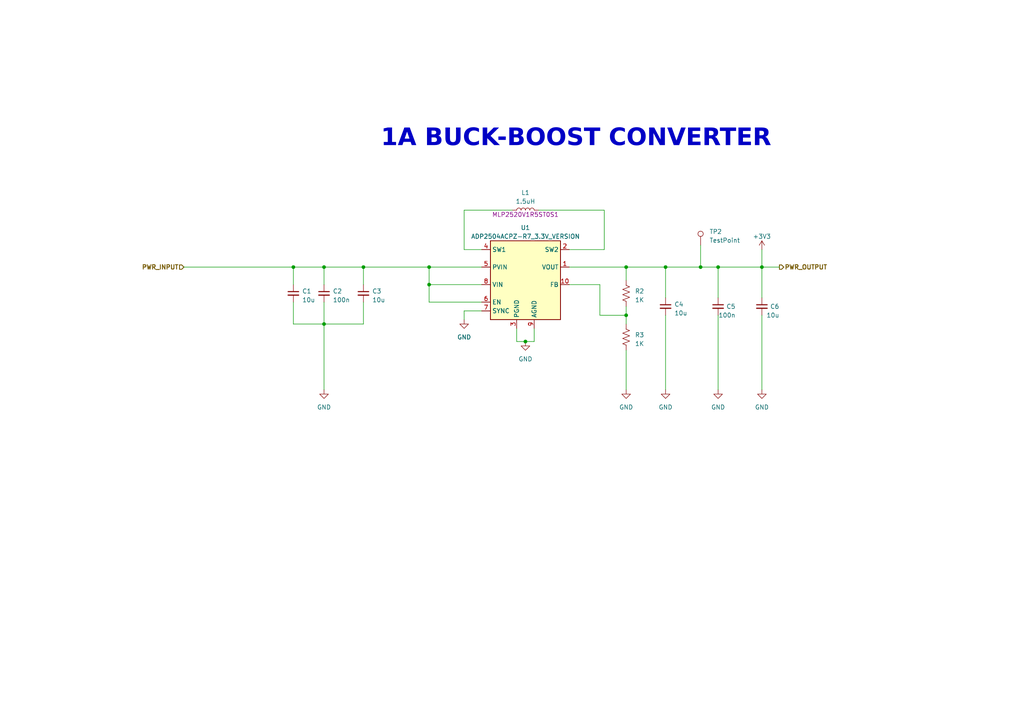
<source format=kicad_sch>
(kicad_sch (version 20230121) (generator eeschema)
  (paper "A4")
  (lib_symbols
    (symbol "Connector:TestPoint" (pin_numbers hide) (pin_names (offset 0.762) hide)
      (property "Reference" "TP" (at 0 6.858 0))
      (property "Value" "TestPoint" (at 0 5.08 0))
      (symbol "TestPoint_0_1"
        (circle (center 0 3.302) (radius 0.762))
      )
      (symbol "TestPoint_1_1"
        (pin passive line (at 0 0 90) (length 2.54) (name "1") (number "1"))
      )
    )
    (symbol "Device:C_Small" (pin_numbers hide) (pin_names (offset 0.254) hide)
      (property "Reference" "C" (at 0.254 1.778 0))
      (property "Value" "C_Small" (at 0.254 -2.032 0))
      (symbol "C_Small_0_1"
        (polyline (pts (xy -1.524 -0.508) (xy 1.524 -0.508)) (stroke (width 0.3302)))
        (polyline (pts (xy -1.524 0.508) (xy 1.524 0.508)) (stroke (width 0.3048)))
      )
      (symbol "C_Small_1_1"
        (pin passive line (at 0 2.54 270) (length 2.032) (name "~") (number "1"))
        (pin passive line (at 0 -2.54 90) (length 2.032) (name "~") (number "2"))
      )
    )
    (symbol "Device:L" (pin_numbers hide) (pin_names (offset 1.016) hide)
      (property "Reference" "L" (at -1.27 0 90))
      (property "Value" "L" (at 1.905 0 90))
      (symbol "L_0_1"
        (arc (start 0 -2.54) (mid 0.6323 -1.905) (end 0 -1.27))
        (arc (start 0 -1.27) (mid 0.6323 -0.635) (end 0 0))
        (arc (start 0 0) (mid 0.6323 0.635) (end 0 1.27))
        (arc (start 0 1.27) (mid 0.6323 1.905) (end 0 2.54))
      )
      (symbol "L_1_1"
        (pin passive line (at 0 3.81 270) (length 1.27) (name "1") (number "1"))
        (pin passive line (at 0 -3.81 90) (length 1.27) (name "2") (number "2"))
      )
    )
    (symbol "Device:R_US" (pin_numbers hide) (pin_names (offset 0))
      (property "Reference" "R" (at 2.54 0 90))
      (property "Value" "R_US" (at -2.54 0 90))
      (symbol "R_US_0_1"
        (polyline (pts (xy 0 -2.286) (xy 0 -2.54)))
        (polyline (pts (xy 0 2.286) (xy 0 2.54)))
        (polyline (pts (xy 0 -0.762) (xy 1.016 -1.143) (xy 0 -1.524) (xy -1.016 -1.905) (xy 0 -2.286)))
        (polyline (pts (xy 0 0.762) (xy 1.016 0.381) (xy 0 0) (xy -1.016 -0.381) (xy 0 -0.762)))
        (polyline (pts (xy 0 2.286) (xy 1.016 1.905) (xy 0 1.524) (xy -1.016 1.143) (xy 0 0.762)))
      )
      (symbol "R_US_1_1"
        (pin passive line (at 0 3.81 270) (length 1.27) (name "~") (number "1"))
        (pin passive line (at 0 -3.81 90) (length 1.27) (name "~") (number "2"))
      )
    )
    (symbol "MCD_General:ADP2504ACPZ-R7"
      (property "Reference" "U" (at 0 5.08 0))
      (property "Value" "ADP2504ACPZ-R7" (at 0 2.54 0))
      (symbol "ADP2504ACPZ-R7_0_0"
        (pin passive line (at 12.7 -7.62 180) (length 2.54) (name "VOUT") (number "1"))
        (pin passive line (at 12.7 -12.7 180) (length 2.54) (name "FB") (number "10"))
        (pin passive line (at 12.7 -2.54 180) (length 2.54) (name "SW2") (number "2"))
        (pin power_in line (at -2.54 -25.4 90) (length 2.54) (name "PGND") (number "3"))
        (pin passive line (at -12.7 -2.54 0) (length 2.54) (name "SW1") (number "4"))
        (pin passive line (at -12.7 -7.62 0) (length 2.54) (name "PVIN") (number "5"))
        (pin passive line (at -12.7 -17.78 0) (length 2.54) (name "EN") (number "6"))
        (pin passive line (at -12.7 -20.32 0) (length 2.54) (name "SYNC") (number "7"))
        (pin passive line (at -12.7 -12.7 0) (length 2.54) (name "VIN") (number "8"))
        (pin power_out line (at 2.54 -25.4 90) (length 2.54) (name "AGND") (number "9"))
      )
      (symbol "ADP2504ACPZ-R7_1_1"
        (rectangle (start -10.16 0) (end 10.16 -22.86) (stroke (width 0.25)) (fill (type background)))
      )
    )
    (symbol "power:+3V3" (power) (pin_names (offset 0))
      (property "Value" "+3V3" (at 0 3.556 0))
      (symbol "+3V3_0_1"
        (polyline (pts (xy -0.762 1.27) (xy 0 2.54)))
        (polyline (pts (xy 0 0) (xy 0 2.54)))
        (polyline (pts (xy 0 2.54) (xy 0.762 1.27)))
      )
      (symbol "+3V3_1_1"
        (pin power_in line (at 0 0 90) (length 0) hide (name "+3V3") (number "1"))
      )
    )
    (symbol "power:GND" (power) (pin_names (offset 0))
      (property "Value" "GND" (at 0 -3.81 0))
      (symbol "GND_0_1"
        (polyline (pts (xy 0 0) (xy 0 -1.27) (xy 1.27 -1.27) (xy 0 -2.54) (xy -1.27 -1.27) (xy 0 -1.27)))
      )
      (symbol "GND_1_1"
        (pin power_in line (at 0 0 270) (length 0) hide (name "GND") (number "1"))
      )
    )
  )
  (junction (at 208.28 77.47))
  (junction (at 181.61 91.44))
  (junction (at 181.61 77.47))
  (junction (at 93.98 93.98))
  (junction (at 203.2 77.47))
  (junction (at 93.98 77.47))
  (junction (at 124.46 82.55))
  (junction (at 193.04 77.47))
  (junction (at 105.41 77.47))
  (junction (at 220.98 77.47))
  (junction (at 85.09 77.47))
  (junction (at 152.4 99.06))
  (junction (at 124.46 77.47))
  (wire (pts (xy 208.28 77.47) (xy 220.98 77.47)))
  (wire (pts (xy 193.04 77.47) (xy 203.2 77.47)))
  (wire (pts (xy 85.09 77.47) (xy 93.98 77.47)))
  (wire (pts (xy 105.41 93.98) (xy 105.41 87.63)))
  (wire (pts (xy 220.98 77.47) (xy 220.98 86.36)))
  (wire (pts (xy 105.41 82.55) (xy 105.41 77.47)))
  (wire (pts (xy 93.98 87.63) (xy 93.98 93.98)))
  (wire (pts (xy 220.98 72.39) (xy 220.98 77.47)))
  (wire (pts (xy 181.61 91.44) (xy 181.61 93.98)))
  (wire (pts (xy 85.09 93.98) (xy 93.98 93.98)))
  (wire (pts (xy 203.2 77.47) (xy 208.28 77.47)))
  (wire (pts (xy 173.99 91.44) (xy 181.61 91.44)))
  (wire (pts (xy 208.28 77.47) (xy 208.28 86.36)))
  (wire (pts (xy 203.2 71.12) (xy 203.2 77.47)))
  (wire (pts (xy 165.1 77.47) (xy 181.61 77.47)))
  (wire (pts (xy 173.99 82.55) (xy 173.99 91.44)))
  (wire (pts (xy 124.46 82.55) (xy 124.46 87.63)))
  (wire (pts (xy 181.61 77.47) (xy 193.04 77.47)))
  (wire (pts (xy 134.62 72.39) (xy 139.7 72.39)))
  (wire (pts (xy 93.98 93.98) (xy 105.41 93.98)))
  (wire (pts (xy 220.98 77.47) (xy 226.06 77.47)))
  (wire (pts (xy 175.26 60.96) (xy 156.21 60.96)))
  (wire (pts (xy 154.94 99.06) (xy 154.94 95.25)))
  (wire (pts (xy 181.61 101.6) (xy 181.61 113.03)))
  (wire (pts (xy 152.4 99.06) (xy 154.94 99.06)))
  (wire (pts (xy 93.98 77.47) (xy 105.41 77.47)))
  (wire (pts (xy 181.61 81.28) (xy 181.61 77.47)))
  (wire (pts (xy 134.62 92.71) (xy 134.62 90.17)))
  (wire (pts (xy 139.7 77.47) (xy 124.46 77.47)))
  (wire (pts (xy 149.86 99.06) (xy 152.4 99.06)))
  (wire (pts (xy 220.98 91.44) (xy 220.98 113.03)))
  (wire (pts (xy 149.86 95.25) (xy 149.86 99.06)))
  (wire (pts (xy 165.1 72.39) (xy 175.26 72.39)))
  (wire (pts (xy 175.26 72.39) (xy 175.26 60.96)))
  (wire (pts (xy 208.28 91.44) (xy 208.28 113.03)))
  (wire (pts (xy 105.41 77.47) (xy 124.46 77.47)))
  (wire (pts (xy 93.98 77.47) (xy 93.98 82.55)))
  (wire (pts (xy 193.04 91.44) (xy 193.04 113.03)))
  (wire (pts (xy 181.61 88.9) (xy 181.61 91.44)))
  (wire (pts (xy 124.46 82.55) (xy 139.7 82.55)))
  (wire (pts (xy 134.62 90.17) (xy 139.7 90.17)))
  (wire (pts (xy 53.34 77.47) (xy 85.09 77.47)))
  (wire (pts (xy 165.1 82.55) (xy 173.99 82.55)))
  (wire (pts (xy 85.09 77.47) (xy 85.09 82.55)))
  (wire (pts (xy 134.62 60.96) (xy 134.62 72.39)))
  (wire (pts (xy 193.04 86.36) (xy 193.04 77.47)))
  (wire (pts (xy 124.46 77.47) (xy 124.46 82.55)))
  (wire (pts (xy 85.09 87.63) (xy 85.09 93.98)))
  (wire (pts (xy 148.59 60.96) (xy 134.62 60.96)))
  (wire (pts (xy 93.98 113.03) (xy 93.98 93.98)))
  (wire (pts (xy 124.46 87.63) (xy 139.7 87.63)))
  (text "1A BUCK-BOOST CONVERTER" (at 110.49 44.45 0) (effects (font (size 5 5) (thickness 0.6) bold) (justify left bottom)))
  (hierarchical_label "PWR_INPUT" (shape input) (at 53.34 77.47 180) (effects (font bold)))
  (hierarchical_label "PWR_OUTPUT" (shape output) (at 226.06 77.47 0) (effects (font bold)))
  (symbol (lib_id "Device:C_Small") (at 85.09 85.09 0) (unit 1)
    (property "Reference" "C1" (at 87.63 84.4613 0) (effects (justify left)))
    (property "Value" "10u" (at 87.63 87.0013 0) (effects (justify left)))
    (property "Footprint" "Capacitor_SMD:C_0402_1005Metric" (effects hide))
    (instances (project "GSM_module_v3" (path "" (reference "C1") (unit 1))) (project "BIM_PCB" (path "" (reference "C33") (unit 1))))
  )
  (symbol (lib_id "MCD_General:ADP2504ACPZ-R7") (at 152.4 69.85 0) (unit 1)
    (property "Reference" "U1" (at 152.4 66.04 0))
    (property "Value" "ADP2504ACPZ-R7_3.3V_VERSION" (at 152.4 68.58 0))
    (property "Footprint" "Package_DFN_QFN:DFN-10-1EP_3x3mm_P0.5mm_EP1.7x2.5mm" (effects hide))
    (instances (project "GSM_module_v3" (path "" (reference "U1") (unit 1))) (project "BIM_PCB" (path "" (reference "U7") (unit 1))))
  )
  (symbol (lib_id "power:GND") (at 93.98 113.03 0) (unit 1)
    (property "Reference" "#PWR06" (effects hide))
    (property "Value" "GND" (at 93.98 118.11 0))
    (instances (project "GSM_module_v3" (path "" (reference "#PWR06") (unit 1))) (project "BIM_PCB" (path "" (reference "#PWR064") (unit 1))))
  )
  (symbol (lib_id "Device:R_US") (at 181.61 85.09 0) (unit 1)
    (property "Reference" "R2" (at 184.15 84.455 0) (effects (justify left)))
    (property "Value" "1K" (at 184.15 86.995 0) (effects (justify left)))
    (property "Footprint" "Resistor_SMD:R_0402_1005Metric" (effects hide))
    (instances (project "GSM_module_v3" (path "" (reference "R2") (unit 1))) (project "BIM_PCB" (path "" (reference "R41") (unit 1))))
  )
  (symbol (lib_id "power:GND") (at 181.61 113.03 0) (unit 1)
    (property "Reference" "#PWR09" (effects hide))
    (property "Value" "GND" (at 181.61 118.11 0))
    (instances (project "GSM_module_v3" (path "" (reference "#PWR09") (unit 1))) (project "BIM_PCB" (path "" (reference "#PWR069") (unit 1))))
  )
  (symbol (lib_id "Device:R_US") (at 181.61 97.79 0) (unit 1)
    (property "Reference" "R3" (at 184.15 97.155 0) (effects (justify left)))
    (property "Value" "1K" (at 184.15 99.695 0) (effects (justify left)))
    (property "Footprint" "Resistor_SMD:R_0402_1005Metric" (effects hide))
    (instances (project "GSM_module_v3" (path "" (reference "R3") (unit 1))) (project "BIM_PCB" (path "" (reference "R42") (unit 1))))
  )
  (symbol (lib_id "Device:L") (at 152.4 60.96 90) (unit 1)
    (property "Reference" "L1" (at 152.4 55.88 90))
    (property "Value" "1.5uH" (at 152.4 58.42 90))
    (property "Footprint" "Inductor_SMD:L_1008_2520Metric_Pad1.43x2.20mm_HandSolder" (effects hide))
    (property "MPN" "MLP2520V1R5ST0S1" (at 152.4 62.23 90))
    (instances (project "GSM_module_v3" (path "" (reference "L1") (unit 1))) (project "BIM_PCB" (path "" (reference "L6") (unit 1))))
  )
  (symbol (lib_id "Device:C_Small") (at 193.04 88.9 0) (unit 1)
    (property "Reference" "C4" (at 195.58 88.2713 0) (effects (justify left)))
    (property "Value" "10u" (at 195.58 90.8113 0) (effects (justify left)))
    (property "Footprint" "Capacitor_SMD:C_0402_1005Metric" (effects hide))
    (instances (project "GSM_module_v3" (path "" (reference "C4") (unit 1))) (project "BIM_PCB" (path "" (reference "C36") (unit 1))))
  )
  (symbol (lib_id "power:GND") (at 152.4 99.06 0) (unit 1)
    (property "Reference" "#PWR08" (effects hide))
    (property "Value" "GND" (at 152.4 104.14 0))
    (instances (project "GSM_module_v3" (path "" (reference "#PWR08") (unit 1))) (project "BIM_PCB" (path "" (reference "#PWR068") (unit 1))))
  )
  (symbol (lib_id "Device:C_Small") (at 220.98 88.9 0) (mirror y) (unit 1)
    (property "Reference" "C6" (at 226.06 88.9 0) (effects (justify left)))
    (property "Value" "10u" (at 226.06 91.44 0) (effects (justify left)))
    (property "Footprint" "Capacitor_SMD:C_0402_1005Metric" (effects hide))
    (instances (project "GSM_module_v3" (path "" (reference "C6") (unit 1))) (project "BIM_PCB" (path "" (reference "C38") (unit 1))))
  )
  (symbol (lib_id "power:+3V3") (at 220.98 72.39 0) (unit 1)
    (property "Reference" "#PWR012" (effects hide))
    (property "Value" "+3V3" (at 220.98 68.58 0))
    (instances (project "GSM_module_v3" (path "" (reference "#PWR012") (unit 1))) (project "BIM_PCB" (path "" (reference "#PWR062") (unit 1))))
  )
  (symbol (lib_id "power:GND") (at 220.98 113.03 0) (unit 1)
    (property "Reference" "#PWR013" (effects hide))
    (property "Value" "GND" (at 220.98 118.11 0))
    (instances (project "GSM_module_v3" (path "" (reference "#PWR013") (unit 1))) (project "BIM_PCB" (path "" (reference "#PWR067") (unit 1))))
  )
  (symbol (lib_id "Connector:TestPoint") (at 203.2 71.12 0) (unit 1)
    (property "Reference" "TP2" (at 205.74 67.183 0) (effects (justify left)))
    (property "Value" "TestPoint" (at 205.74 69.723 0) (effects (justify left)))
    (property "Footprint" "TestPoint:TestPoint_Pad_D1.0mm" (effects hide))
    (instances (project "GSM_module_v3" (path "" (reference "TP2") (unit 1))) (project "BIM_PCB" (path "" (reference "TP6") (unit 1))))
  )
  (symbol (lib_id "Device:C_Small") (at 208.28 88.9 0) (mirror y) (unit 1)
    (property "Reference" "C5" (at 213.36 88.9 0) (effects (justify left)))
    (property "Value" "100n" (at 213.36 91.44 0) (effects (justify left)))
    (property "Footprint" "Capacitor_SMD:C_0402_1005Metric" (effects hide))
    (instances (project "GSM_module_v3" (path "" (reference "C5") (unit 1))) (project "BIM_PCB" (path "" (reference "C37") (unit 1))))
  )
  (symbol (lib_id "power:GND") (at 134.62 92.71 0) (unit 1)
    (property "Reference" "#PWR07" (effects hide))
    (property "Value" "GND" (at 134.62 97.79 0))
    (instances (project "GSM_module_v3" (path "" (reference "#PWR07") (unit 1))) (project "BIM_PCB" (path "" (reference "#PWR063") (unit 1))))
  )
  (symbol (lib_id "power:GND") (at 208.28 113.03 0) (unit 1)
    (property "Reference" "#PWR011" (effects hide))
    (property "Value" "GND" (at 208.28 118.11 0))
    (instances (project "GSM_module_v3" (path "" (reference "#PWR011") (unit 1))) (project "BIM_PCB" (path "" (reference "#PWR066") (unit 1))))
  )
  (symbol (lib_id "power:GND") (at 193.04 113.03 0) (unit 1)
    (property "Reference" "#PWR010" (effects hide))
    (property "Value" "GND" (at 193.04 118.11 0))
    (instances (project "GSM_module_v3" (path "" (reference "#PWR010") (unit 1))) (project "BIM_PCB" (path "" (reference "#PWR065") (unit 1))))
  )
  (symbol (lib_id "Device:C_Small") (at 93.98 85.09 0) (unit 1)
    (property "Reference" "C2" (at 96.52 84.4613 0) (effects (justify left)))
    (property "Value" "100n" (at 96.52 87.0013 0) (effects (justify left)))
    (property "Footprint" "Capacitor_SMD:C_0402_1005Metric" (effects hide))
    (instances (project "GSM_module_v3" (path "" (reference "C2") (unit 1))) (project "BIM_PCB" (path "" (reference "C34") (unit 1))))
  )
  (symbol (lib_id "Device:C_Small") (at 105.41 85.09 0) (unit 1)
    (property "Reference" "C3" (at 107.95 84.4613 0) (effects (justify left)))
    (property "Value" "10u" (at 107.95 87.0013 0) (effects (justify left)))
    (property "Footprint" "Capacitor_SMD:C_0402_1005Metric" (effects hide))
    (instances (project "GSM_module_v3" (path "" (reference "C3") (unit 1))) (project "BIM_PCB" (path "" (reference "C35") (unit 1))))
  )
)
</source>
